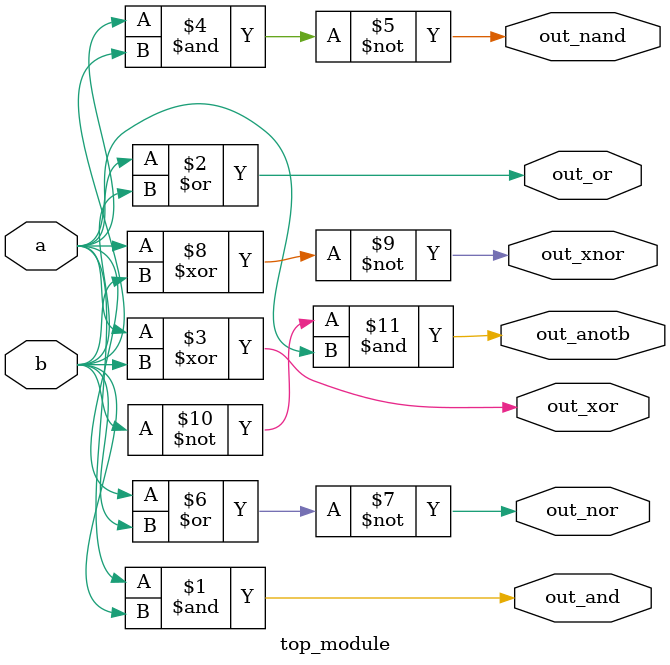
<source format=v>
module top_module( 
    input a, b,
    output out_and,
    output out_or,
    output out_xor,
    output out_nand,
    output out_nor,
    output out_xnor,
    output out_anotb
);
    assign out_and = a & b;
    assign out_or = a | b;
    assign out_xor = a ^ b;
    assign out_nand = ~ (a&b);
    assign out_nor = ~ (a|b);
    assign out_xnor = ~ (a^b);
    assign out_anotb = ~b & a;

endmodule

</source>
